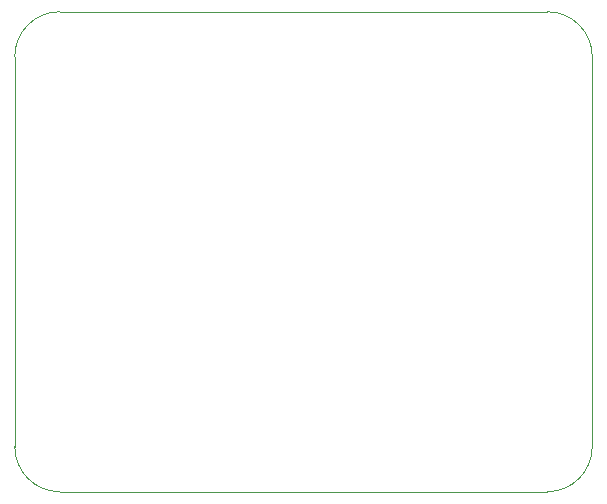
<source format=gm1>
%TF.GenerationSoftware,KiCad,Pcbnew,(5.1.8)-1*%
%TF.CreationDate,2021-01-20T22:30:23+01:00*%
%TF.ProjectId,D32 Joystick Adapter,44333220-4a6f-4797-9374-69636b204164,rev?*%
%TF.SameCoordinates,Original*%
%TF.FileFunction,Profile,NP*%
%FSLAX46Y46*%
G04 Gerber Fmt 4.6, Leading zero omitted, Abs format (unit mm)*
G04 Created by KiCad (PCBNEW (5.1.8)-1) date 2021-01-20 22:30:23*
%MOMM*%
%LPD*%
G01*
G04 APERTURE LIST*
%TA.AperFunction,Profile*%
%ADD10C,0.050000*%
%TD*%
G04 APERTURE END LIST*
D10*
X147320000Y-108585000D02*
G75*
G02*
X143510000Y-112395000I-3810000J0D01*
G01*
X143510000Y-71755000D02*
G75*
G02*
X147320000Y-75565000I0J-3810000D01*
G01*
X98425000Y-75565000D02*
G75*
G02*
X102235000Y-71755000I3810000J0D01*
G01*
X102235000Y-112395000D02*
G75*
G02*
X98425000Y-108585000I0J3810000D01*
G01*
X143510000Y-112395000D02*
X102235000Y-112395000D01*
X147320000Y-75565000D02*
X147320000Y-108585000D01*
X102235000Y-71755000D02*
X143510000Y-71755000D01*
X98425000Y-108585000D02*
X98425000Y-75565000D01*
M02*

</source>
